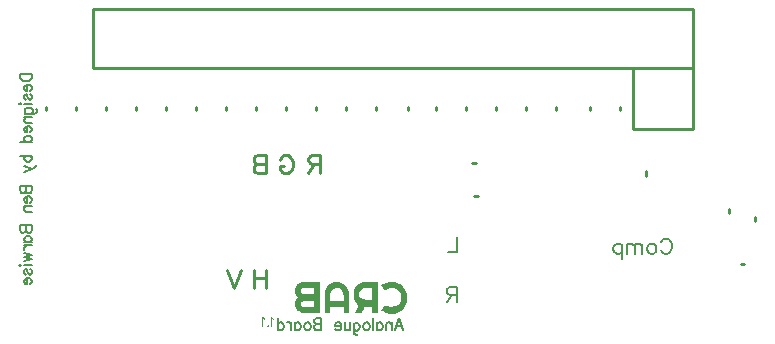
<source format=gbo>
G04 DipTrace 2.4.0.2*
%INAV_BottomSilk.GBO*%
%MOIN*%
%ADD10C,0.0098*%
%ADD12C,0.003*%
%ADD60C,0.0046*%
%ADD61C,0.0093*%
%ADD62C,0.0077*%
%ADD64C,0.0062*%
%FSLAX44Y44*%
G04*
G70*
G90*
G75*
G01*
%LNBotSilk*%
%LPD*%
X35144Y16072D2*
D10*
Y15954D1*
X32394Y17188D2*
Y17346D1*
X21392Y19493D2*
Y19375D1*
X20392Y19493D2*
Y19375D1*
X18392Y19493D2*
Y19375D1*
X19392Y19493D2*
Y19375D1*
X31517Y19493D2*
Y19375D1*
X30517Y19493D2*
Y19375D1*
X17392Y19493D2*
Y19375D1*
X29392Y19493D2*
Y19375D1*
X16392Y19493D2*
Y19375D1*
X14392Y19493D2*
Y19375D1*
X28392Y19493D2*
Y19375D1*
X26392Y19493D2*
Y19375D1*
X22392Y19493D2*
Y19375D1*
X23392Y19493D2*
Y19375D1*
X24456Y19494D2*
Y19376D1*
X27392Y19493D2*
Y19375D1*
X25392Y19493D2*
Y19375D1*
X15392Y19493D2*
Y19375D1*
X13392Y19493D2*
Y19375D1*
X12392Y19493D2*
Y19375D1*
X36019Y15806D2*
Y15688D1*
X26592Y17630D2*
X26710D1*
X35531Y14255D2*
X35649D1*
X26655Y16505D2*
X26773D1*
X13937Y20770D2*
X33937D1*
Y22739D1*
X13937D1*
Y20770D1*
X31937Y18755D2*
X33937D1*
Y20770D1*
X31937D1*
Y18755D1*
X20894Y13663D2*
D12*
X21462D1*
X21971D2*
X22120D1*
X22928D2*
X23407D1*
X23796D2*
X23976D1*
X20840Y13633D2*
X21462D1*
X21909D2*
X22188D1*
X22866D2*
X23407D1*
X23724D2*
X24048D1*
X20793Y13603D2*
X21462D1*
X21854D2*
X22244D1*
X22812D2*
X23407D1*
X23660D2*
X24111D1*
X20757Y13573D2*
X21462D1*
X21809D2*
X22288D1*
X22766D2*
X23407D1*
X23606D2*
X24163D1*
X20731Y13543D2*
X21462D1*
X21774D2*
X22324D1*
X22731D2*
X23407D1*
X23557D2*
X24204D1*
X20712Y13513D2*
X21462D1*
X21748D2*
X22353D1*
X22705D2*
X23407D1*
X23582D2*
X24236D1*
X20698Y13483D2*
X21462D1*
X21728D2*
X22376D1*
X22685D2*
X23407D1*
X23604D2*
X24261D1*
X20691Y13453D2*
X20870D1*
X21313D2*
X21462D1*
X21711D2*
X21948D1*
X22180D2*
X22393D1*
X22668D2*
X22905D1*
X23257D2*
X23407D1*
X23625D2*
X23736D1*
X24030D2*
X24283D1*
X20687Y13423D2*
X20852D1*
X21313D2*
X21462D1*
X21696D2*
X21904D1*
X22209D2*
X22407D1*
X22653D2*
X22862D1*
X23257D2*
X23407D1*
X23646D2*
X23676D1*
X24077D2*
X24304D1*
X20685Y13394D2*
X20842D1*
X21313D2*
X21462D1*
X21684D2*
X21873D1*
X22234D2*
X22418D1*
X22642D2*
X22830D1*
X23257D2*
X23407D1*
X24116D2*
X24323D1*
X20685Y13364D2*
X20839D1*
X21313D2*
X21462D1*
X21678D2*
X21851D1*
X22252D2*
X22429D1*
X22635D2*
X22808D1*
X23257D2*
X23407D1*
X24147D2*
X24339D1*
X20684Y13334D2*
X20839D1*
X21313D2*
X21462D1*
X21674D2*
X21836D1*
X22263D2*
X22438D1*
X22632D2*
X22794D1*
X23257D2*
X23407D1*
X24170D2*
X24351D1*
X20686Y13304D2*
X20852D1*
X21313D2*
X21462D1*
X21673D2*
X21828D1*
X22272D2*
X22444D1*
X22630D2*
X22785D1*
X23257D2*
X23407D1*
X24188D2*
X24360D1*
X20691Y13274D2*
X20871D1*
X21313D2*
X21462D1*
X21672D2*
X21824D1*
X22281D2*
X22447D1*
X22629D2*
X22782D1*
X23257D2*
X23407D1*
X24201D2*
X24367D1*
X20703Y13244D2*
X21462D1*
X21672D2*
X21822D1*
X22289D2*
X22449D1*
X22629D2*
X22781D1*
X23257D2*
X23407D1*
X24209D2*
X24376D1*
X20722Y13214D2*
X21462D1*
X21672D2*
X21822D1*
X22295D2*
X22449D1*
X22629D2*
X22784D1*
X23257D2*
X23407D1*
X24212D2*
X24384D1*
X20747Y13184D2*
X21462D1*
X21672D2*
X21821D1*
X22298D2*
X22449D1*
X22630D2*
X22792D1*
X23257D2*
X23407D1*
X24214D2*
X24389D1*
X20774Y13154D2*
X21462D1*
X21672D2*
X21821D1*
X22299D2*
X22450D1*
X22634D2*
X22804D1*
X23257D2*
X23407D1*
X24215D2*
X24392D1*
X20749Y13124D2*
X21462D1*
X21672D2*
X21821D1*
X22300D2*
X22450D1*
X22642D2*
X22830D1*
X23257D2*
X23407D1*
X24215D2*
X24392D1*
X20727Y13094D2*
X21462D1*
X21672D2*
X21821D1*
X22300D2*
X22450D1*
X22654D2*
X22925D1*
X23257D2*
X23407D1*
X24215D2*
X24389D1*
X20710Y13064D2*
X21462D1*
X21672D2*
X21821D1*
X22300D2*
X22450D1*
X22668D2*
X23085D1*
X23257D2*
X23407D1*
X24214D2*
X24382D1*
X20698Y13035D2*
X20895D1*
X21313D2*
X21462D1*
X21672D2*
X22450D1*
X22683D2*
X23407D1*
X24210D2*
X24374D1*
X20690Y13005D2*
X20870D1*
X21313D2*
X21462D1*
X21672D2*
X22450D1*
X22702D2*
X23407D1*
X24201D2*
X24368D1*
X20687Y12975D2*
X20852D1*
X21313D2*
X21462D1*
X21672D2*
X22450D1*
X22723D2*
X23407D1*
X24189D2*
X24362D1*
X20685Y12945D2*
X20841D1*
X21313D2*
X21462D1*
X21672D2*
X22450D1*
X22745D2*
X23407D1*
X24171D2*
X24352D1*
X20685Y12915D2*
X20840D1*
X21313D2*
X21462D1*
X21672D2*
X22450D1*
X22761D2*
X23407D1*
X24147D2*
X24340D1*
X20686Y12885D2*
X20853D1*
X21313D2*
X21462D1*
X21672D2*
X22450D1*
X22772D2*
X23407D1*
X24115D2*
X24326D1*
X20689Y12855D2*
X20872D1*
X21313D2*
X21462D1*
X21672D2*
X22450D1*
X22771D2*
X23407D1*
X23646D2*
X23676D1*
X24026D2*
X24311D1*
X20698Y12825D2*
X21462D1*
X21672D2*
X21821D1*
X22300D2*
X22450D1*
X22764D2*
X22954D1*
X23257D2*
X23407D1*
X23627D2*
X23862D1*
X23883D2*
X24292D1*
X20710Y12795D2*
X21462D1*
X21672D2*
X21821D1*
X22300D2*
X22450D1*
X22753D2*
X22945D1*
X23257D2*
X23407D1*
X23606D2*
X24269D1*
X20729Y12765D2*
X21462D1*
X21672D2*
X21821D1*
X22300D2*
X22450D1*
X22741D2*
X22933D1*
X23257D2*
X23407D1*
X23582D2*
X24241D1*
X20757Y12735D2*
X21462D1*
X21672D2*
X21821D1*
X22300D2*
X22450D1*
X22730D2*
X22920D1*
X23257D2*
X23407D1*
X23557D2*
X24208D1*
X20795Y12705D2*
X21462D1*
X21672D2*
X21821D1*
X22300D2*
X22450D1*
X22719D2*
X22905D1*
X23257D2*
X23407D1*
X23604D2*
X24165D1*
X20842Y12675D2*
X21462D1*
X21672D2*
X21821D1*
X22300D2*
X22450D1*
X22705D2*
X22887D1*
X23257D2*
X23407D1*
X23660D2*
X24111D1*
X20894Y12646D2*
X21462D1*
X21672D2*
X21821D1*
X22300D2*
X22450D1*
X22689D2*
X22868D1*
X23257D2*
X23407D1*
X23725D2*
X24046D1*
X23796Y12616D2*
X23976D1*
X20894Y13663D2*
X20840Y13633D1*
X20793Y13603D1*
X20757Y13573D1*
X20731Y13543D1*
X20712Y13513D1*
X20698Y13483D1*
X20691Y13453D1*
X20687Y13423D1*
X20685Y13394D1*
Y13364D1*
X20684Y13334D1*
X20686Y13304D1*
X20691Y13274D1*
X20703Y13244D1*
X20722Y13214D1*
X20747Y13184D1*
X20774Y13154D1*
X20749Y13124D1*
X20727Y13094D1*
X20710Y13064D1*
X20698Y13035D1*
X20690Y13005D1*
X20687Y12975D1*
X20685Y12945D1*
Y12915D1*
X20686Y12885D1*
X20689Y12855D1*
X20698Y12825D1*
X20710Y12795D1*
X20729Y12765D1*
X20757Y12735D1*
X20795Y12705D1*
X20842Y12675D1*
X20894Y12646D1*
X21462Y13663D2*
Y13633D1*
Y13603D1*
Y13573D1*
Y13543D1*
Y13513D1*
Y13483D1*
Y13453D1*
Y13423D1*
Y13394D1*
Y13364D1*
Y13334D1*
Y13304D1*
Y13274D1*
Y13244D1*
Y13214D1*
Y13184D1*
Y13154D1*
Y13124D1*
Y13094D1*
Y13064D1*
Y13035D1*
Y13005D1*
Y12975D1*
Y12945D1*
Y12915D1*
Y12885D1*
Y12855D1*
Y12825D1*
Y12795D1*
Y12765D1*
Y12735D1*
Y12705D1*
Y12675D1*
Y12646D1*
X21971Y13663D2*
X21909Y13633D1*
X21854Y13603D1*
X21809Y13573D1*
X21774Y13543D1*
X21748Y13513D1*
X21728Y13483D1*
X21711Y13453D1*
X21696Y13423D1*
X21684Y13394D1*
X21678Y13364D1*
X21674Y13334D1*
X21673Y13304D1*
X21672Y13274D1*
Y13244D1*
Y13214D1*
Y13184D1*
Y13154D1*
Y13124D1*
Y13094D1*
Y13064D1*
Y13035D1*
Y13005D1*
Y12975D1*
Y12945D1*
Y12915D1*
Y12885D1*
Y12855D1*
Y12825D1*
Y12795D1*
Y12765D1*
Y12735D1*
Y12705D1*
Y12675D1*
Y12646D1*
X22120Y13663D2*
X22188Y13633D1*
X22244Y13603D1*
X22288Y13573D1*
X22324Y13543D1*
X22353Y13513D1*
X22376Y13483D1*
X22393Y13453D1*
X22407Y13423D1*
X22418Y13394D1*
X22429Y13364D1*
X22438Y13334D1*
X22444Y13304D1*
X22447Y13274D1*
X22449Y13244D1*
Y13214D1*
Y13184D1*
X22450Y13154D1*
Y13124D1*
Y13094D1*
Y13064D1*
Y13035D1*
Y13005D1*
Y12975D1*
Y12945D1*
Y12915D1*
Y12885D1*
Y12855D1*
Y12825D1*
Y12795D1*
Y12765D1*
Y12735D1*
Y12705D1*
Y12675D1*
Y12646D1*
X22928Y13663D2*
X22866Y13633D1*
X22812Y13603D1*
X22766Y13573D1*
X22731Y13543D1*
X22705Y13513D1*
X22685Y13483D1*
X22668Y13453D1*
X22653Y13423D1*
X22642Y13394D1*
X22635Y13364D1*
X22632Y13334D1*
X22630Y13304D1*
X22629Y13274D1*
Y13244D1*
Y13214D1*
X22630Y13184D1*
X22634Y13154D1*
X22642Y13124D1*
X22654Y13094D1*
X22668Y13064D1*
X22683Y13035D1*
X22702Y13005D1*
X22723Y12975D1*
X22745Y12945D1*
X22761Y12915D1*
X22772Y12885D1*
X22771Y12855D1*
X22764Y12825D1*
X22753Y12795D1*
X22741Y12765D1*
X22730Y12735D1*
X22719Y12705D1*
X22705Y12675D1*
X22689Y12646D1*
X23407Y13663D2*
Y13633D1*
Y13603D1*
Y13573D1*
Y13543D1*
Y13513D1*
Y13483D1*
Y13453D1*
Y13423D1*
Y13394D1*
Y13364D1*
Y13334D1*
Y13304D1*
Y13274D1*
Y13244D1*
Y13214D1*
Y13184D1*
Y13154D1*
Y13124D1*
Y13094D1*
Y13064D1*
Y13035D1*
Y13005D1*
Y12975D1*
Y12945D1*
Y12915D1*
Y12885D1*
Y12855D1*
Y12825D1*
Y12795D1*
Y12765D1*
Y12735D1*
Y12705D1*
Y12675D1*
Y12646D1*
X23796Y13663D2*
X23724Y13633D1*
X23660Y13603D1*
X23606Y13573D1*
X23557Y13543D1*
X23582Y13513D1*
X23604Y13483D1*
X23625Y13453D1*
X23646Y13423D1*
X23976Y13663D2*
X24048Y13633D1*
X24111Y13603D1*
X24163Y13573D1*
X24204Y13543D1*
X24236Y13513D1*
X24261Y13483D1*
X24283Y13453D1*
X24304Y13423D1*
X24323Y13394D1*
X24339Y13364D1*
X24351Y13334D1*
X24360Y13304D1*
X24367Y13274D1*
X24376Y13244D1*
X24384Y13214D1*
X24389Y13184D1*
X24392Y13154D1*
Y13124D1*
X24389Y13094D1*
X24382Y13064D1*
X24374Y13035D1*
X24368Y13005D1*
X24362Y12975D1*
X24352Y12945D1*
X24340Y12915D1*
X24326Y12885D1*
X24311Y12855D1*
X24292Y12825D1*
X24269Y12795D1*
X24241Y12765D1*
X24208Y12735D1*
X24165Y12705D1*
X24111Y12675D1*
X24046Y12646D1*
X23976Y12616D1*
X20894Y13483D2*
X20870Y13453D1*
X20852Y13423D1*
X20842Y13394D1*
X20839Y13364D1*
Y13334D1*
X20852Y13304D1*
X20871Y13274D1*
X20894Y13244D1*
X21313Y13483D2*
Y13453D1*
Y13423D1*
Y13394D1*
Y13364D1*
Y13334D1*
Y13304D1*
Y13274D1*
Y13244D1*
X22001Y13483D2*
X21948Y13453D1*
X21904Y13423D1*
X21873Y13394D1*
X21851Y13364D1*
X21836Y13334D1*
X21828Y13304D1*
X21824Y13274D1*
X21822Y13244D1*
Y13214D1*
X21821Y13184D1*
Y13154D1*
Y13124D1*
Y13094D1*
Y13064D1*
Y13035D1*
X22150Y13483D2*
X22180Y13453D1*
X22209Y13423D1*
X22234Y13394D1*
X22252Y13364D1*
X22263Y13334D1*
X22272Y13304D1*
X22281Y13274D1*
X22289Y13244D1*
X22295Y13214D1*
X22298Y13184D1*
X22299Y13154D1*
X22300Y13124D1*
Y13094D1*
Y13064D1*
Y13035D1*
X22958Y13483D2*
X22905Y13453D1*
X22862Y13423D1*
X22830Y13394D1*
X22808Y13364D1*
X22794Y13334D1*
X22785Y13304D1*
X22782Y13274D1*
X22781Y13244D1*
X22784Y13214D1*
X22792Y13184D1*
X22804Y13154D1*
X22830Y13124D1*
X22925Y13094D1*
X23085Y13064D1*
X23287Y13035D1*
X23257Y13483D2*
Y13453D1*
Y13423D1*
Y13394D1*
Y13364D1*
Y13334D1*
Y13304D1*
Y13274D1*
Y13244D1*
Y13214D1*
Y13184D1*
Y13154D1*
Y13124D1*
Y13094D1*
Y13064D1*
X22928Y13035D1*
X23796Y13483D2*
X23736Y13453D1*
X23676Y13423D1*
X23976Y13483D2*
X24030Y13453D1*
X24077Y13423D1*
X24116Y13394D1*
X24147Y13364D1*
X24170Y13334D1*
X24188Y13304D1*
X24201Y13274D1*
X24209Y13244D1*
X24212Y13214D1*
X24214Y13184D1*
X24215Y13154D1*
Y13124D1*
Y13094D1*
X24214Y13064D1*
X24210Y13035D1*
X24201Y13005D1*
X24189Y12975D1*
X24171Y12945D1*
X24147Y12915D1*
X24115Y12885D1*
X24026Y12855D1*
X23883Y12825D1*
X23706Y12795D1*
X20924Y13064D2*
X20895Y13035D1*
X20870Y13005D1*
X20852Y12975D1*
X20841Y12945D1*
X20840Y12915D1*
X20853Y12885D1*
X20872Y12855D1*
X20894Y12825D1*
X21313Y13064D2*
Y13035D1*
Y13005D1*
Y12975D1*
Y12945D1*
Y12915D1*
Y12885D1*
Y12855D1*
Y12825D1*
X23646Y12855D2*
X23627Y12825D1*
X23606Y12795D1*
X23582Y12765D1*
X23557Y12735D1*
X23604Y12705D1*
X23660Y12675D1*
X23725Y12646D1*
X23796Y12616D1*
X23676Y12855D2*
X23862Y12825D1*
X24065Y12795D1*
X21821Y12855D2*
Y12825D1*
Y12795D1*
Y12765D1*
Y12735D1*
Y12705D1*
Y12675D1*
Y12646D1*
X22300Y12855D2*
Y12825D1*
Y12795D1*
Y12765D1*
Y12735D1*
Y12705D1*
Y12675D1*
Y12646D1*
X22958Y12855D2*
X22954Y12825D1*
X22945Y12795D1*
X22933Y12765D1*
X22920Y12735D1*
X22905Y12705D1*
X22887Y12675D1*
X22868Y12646D1*
X23257Y12855D2*
Y12825D1*
Y12795D1*
Y12765D1*
Y12735D1*
Y12705D1*
Y12675D1*
Y12646D1*
X21513Y17591D2*
D61*
X21255D1*
X21169Y17620D1*
X21140Y17649D1*
X21111Y17706D1*
Y17764D1*
X21140Y17821D1*
X21169Y17850D1*
X21255Y17878D1*
X21513D1*
Y17275D1*
X21312Y17591D2*
X21111Y17275D1*
X20174Y17735D2*
X20202Y17792D1*
X20260Y17850D1*
X20317Y17878D1*
X20432D1*
X20489Y17850D1*
X20546Y17792D1*
X20576Y17735D1*
X20604Y17649D1*
Y17505D1*
X20576Y17419D1*
X20546Y17362D1*
X20489Y17305D1*
X20432Y17275D1*
X20317D1*
X20260Y17305D1*
X20202Y17362D1*
X20174Y17419D1*
Y17505D1*
X20317D1*
X19701Y17878D2*
Y17275D1*
X19442D1*
X19356Y17305D1*
X19327Y17333D1*
X19299Y17390D1*
Y17476D1*
X19327Y17534D1*
X19356Y17563D1*
X19442Y17591D1*
X19356Y17620D1*
X19327Y17649D1*
X19299Y17706D1*
Y17764D1*
X19327Y17821D1*
X19356Y17850D1*
X19442Y17878D1*
X19701D1*
Y17591D2*
X19442D1*
X19700Y14066D2*
Y13463D1*
X19298Y14066D2*
Y13463D1*
X19700Y13779D2*
X19298D1*
X18882Y14066D2*
X18653Y13463D1*
X18423Y14066D1*
X26078Y15162D2*
D62*
Y14660D1*
X25791D1*
X26063Y13235D2*
X25848D1*
X25777Y13260D1*
X25752Y13283D1*
X25728Y13331D1*
Y13379D1*
X25752Y13427D1*
X25777Y13451D1*
X25848Y13475D1*
X26063D1*
Y12972D1*
X25896Y13235D2*
X25728Y12972D1*
X32879Y14980D2*
X32903Y15028D1*
X32951Y15076D1*
X32999Y15100D1*
X33094D1*
X33143Y15076D1*
X33190Y15028D1*
X33214Y14980D1*
X33238Y14908D1*
Y14788D1*
X33214Y14717D1*
X33190Y14669D1*
X33143Y14622D1*
X33094Y14597D1*
X32999D1*
X32951Y14622D1*
X32903Y14669D1*
X32879Y14717D1*
X32606Y14932D2*
X32653Y14908D1*
X32701Y14860D1*
X32725Y14788D1*
Y14741D1*
X32701Y14669D1*
X32653Y14622D1*
X32606Y14597D1*
X32534D1*
X32486Y14622D1*
X32438Y14669D1*
X32414Y14741D1*
Y14788D1*
X32438Y14860D1*
X32486Y14908D1*
X32534Y14932D1*
X32606D1*
X32260D2*
Y14597D1*
Y14837D2*
X32188Y14908D1*
X32140Y14932D1*
X32068D1*
X32020Y14908D1*
X31996Y14837D1*
Y14597D1*
Y14837D2*
X31925Y14908D1*
X31877Y14932D1*
X31805D1*
X31757Y14908D1*
X31733Y14837D1*
Y14597D1*
X31578Y14932D2*
Y14430D1*
Y14860D2*
X31530Y14908D1*
X31483Y14932D1*
X31411D1*
X31363Y14908D1*
X31315Y14860D1*
X31291Y14788D1*
Y14740D1*
X31315Y14669D1*
X31363Y14621D1*
X31411Y14597D1*
X31483D1*
X31530Y14621D1*
X31578Y14669D1*
X24018Y12044D2*
D64*
X24156Y12446D1*
X24294Y12044D1*
X24242Y12178D2*
X24070D1*
X23907Y12312D2*
Y12044D1*
Y12236D2*
X23855Y12293D1*
X23821Y12312D1*
X23769D1*
X23735Y12293D1*
X23718Y12236D1*
Y12044D1*
X23400Y12312D2*
Y12044D1*
Y12255D2*
X23434Y12293D1*
X23469Y12312D1*
X23520D1*
X23555Y12293D1*
X23589Y12255D1*
X23606Y12197D1*
Y12159D1*
X23589Y12102D1*
X23555Y12064D1*
X23520Y12044D1*
X23469D1*
X23434Y12064D1*
X23400Y12102D1*
X23289Y12446D2*
Y12044D1*
X23092Y12312D2*
X23126Y12293D1*
X23160Y12255D1*
X23178Y12197D1*
Y12159D1*
X23160Y12102D1*
X23126Y12064D1*
X23092Y12044D1*
X23040D1*
X23005Y12064D1*
X22971Y12102D1*
X22953Y12159D1*
Y12197D1*
X22971Y12255D1*
X23005Y12293D1*
X23040Y12312D1*
X23092D1*
X22636Y12293D2*
Y11987D1*
X22653Y11930D1*
X22670Y11910D1*
X22705Y11891D1*
X22756D1*
X22791Y11910D1*
X22636Y12236D2*
X22670Y12274D1*
X22705Y12293D1*
X22756D1*
X22791Y12274D1*
X22825Y12236D1*
X22842Y12178D1*
Y12140D1*
X22825Y12083D1*
X22791Y12044D1*
X22756Y12025D1*
X22705D1*
X22670Y12044D1*
X22636Y12083D1*
X22525Y12312D2*
Y12121D1*
X22508Y12064D1*
X22473Y12044D1*
X22421D1*
X22387Y12064D1*
X22335Y12121D1*
Y12312D2*
Y12044D1*
X22224Y12197D2*
X22017D1*
Y12236D1*
X22035Y12274D1*
X22052Y12293D1*
X22086Y12312D1*
X22138D1*
X22172Y12293D1*
X22207Y12255D1*
X22224Y12197D1*
Y12159D1*
X22207Y12102D1*
X22172Y12064D1*
X22138Y12044D1*
X22086D1*
X22052Y12064D1*
X22017Y12102D1*
X21556Y12446D2*
Y12044D1*
X21401D1*
X21349Y12064D1*
X21332Y12083D1*
X21315Y12121D1*
Y12178D1*
X21332Y12217D1*
X21349Y12236D1*
X21401Y12255D1*
X21349Y12274D1*
X21332Y12293D1*
X21315Y12331D1*
Y12370D1*
X21332Y12408D1*
X21349Y12427D1*
X21401Y12446D1*
X21556D1*
Y12255D2*
X21401D1*
X21118Y12312D2*
X21152Y12293D1*
X21187Y12255D1*
X21204Y12197D1*
Y12159D1*
X21187Y12102D1*
X21152Y12064D1*
X21118Y12044D1*
X21066D1*
X21032Y12064D1*
X20998Y12102D1*
X20980Y12159D1*
Y12197D1*
X20998Y12255D1*
X21032Y12293D1*
X21066Y12312D1*
X21118D1*
X20662D2*
Y12044D1*
Y12255D2*
X20697Y12293D1*
X20731Y12312D1*
X20783D1*
X20817Y12293D1*
X20851Y12255D1*
X20869Y12197D1*
Y12159D1*
X20851Y12102D1*
X20817Y12064D1*
X20783Y12044D1*
X20731D1*
X20697Y12064D1*
X20662Y12102D1*
X20551Y12312D2*
Y12044D1*
Y12197D2*
X20534Y12255D1*
X20499Y12293D1*
X20465Y12312D1*
X20413D1*
X20095Y12446D2*
Y12044D1*
Y12255D2*
X20130Y12293D1*
X20164Y12312D1*
X20216D1*
X20250Y12293D1*
X20285Y12255D1*
X20302Y12197D1*
Y12159D1*
X20285Y12102D1*
X20250Y12064D1*
X20216Y12044D1*
X20164D1*
X20130Y12064D1*
X20095Y12102D1*
X19946Y12422D2*
D60*
X19917Y12437D1*
X19874Y12480D1*
Y12179D1*
X19767Y12207D2*
X19781Y12193D1*
X19767Y12179D1*
X19752Y12193D1*
X19767Y12207D1*
X19660Y12422D2*
X19631Y12437D1*
X19588Y12480D1*
Y12179D1*
X11510Y20583D2*
D64*
X11912D1*
Y20462D1*
X11893Y20411D1*
X11855Y20376D1*
X11816Y20359D1*
X11759Y20342D1*
X11663D1*
X11606Y20359D1*
X11568Y20376D1*
X11529Y20411D1*
X11510Y20462D1*
Y20583D1*
X11759Y20231D2*
Y20024D1*
X11721D1*
X11682Y20041D1*
X11663Y20058D1*
X11644Y20093D1*
Y20145D1*
X11663Y20179D1*
X11702Y20214D1*
X11759Y20231D1*
X11797D1*
X11855Y20214D1*
X11893Y20179D1*
X11912Y20145D1*
Y20093D1*
X11893Y20058D1*
X11855Y20024D1*
X11702Y19724D2*
X11663Y19741D1*
X11644Y19792D1*
Y19844D1*
X11663Y19896D1*
X11702Y19913D1*
X11740Y19896D1*
X11759Y19861D1*
X11778Y19775D1*
X11797Y19741D1*
X11836Y19724D1*
X11855D1*
X11893Y19741D1*
X11912Y19792D1*
Y19844D1*
X11893Y19896D1*
X11855Y19913D1*
X11510Y19612D2*
X11529Y19595D1*
X11510Y19578D1*
X11491Y19595D1*
X11510Y19612D1*
X11644Y19595D2*
X11912D1*
X11663Y19260D2*
X11970D1*
X12027Y19277D1*
X12046Y19294D1*
X12065Y19329D1*
Y19381D1*
X12046Y19415D1*
X11721Y19260D2*
X11683Y19294D1*
X11663Y19329D1*
Y19381D1*
X11683Y19415D1*
X11721Y19450D1*
X11778Y19467D1*
X11817D1*
X11874Y19450D1*
X11912Y19415D1*
X11931Y19381D1*
Y19329D1*
X11912Y19294D1*
X11874Y19260D1*
X11644Y19149D2*
X11912D1*
X11721D2*
X11663Y19097D1*
X11644Y19063D1*
Y19011D1*
X11663Y18977D1*
X11721Y18960D1*
X11912D1*
X11759Y18848D2*
Y18642D1*
X11721D1*
X11682Y18659D1*
X11663Y18676D1*
X11644Y18711D1*
Y18762D1*
X11663Y18797D1*
X11702Y18831D1*
X11759Y18848D1*
X11797D1*
X11855Y18831D1*
X11893Y18797D1*
X11912Y18762D1*
Y18711D1*
X11893Y18676D1*
X11855Y18642D1*
X11510Y18324D2*
X11912D1*
X11702D2*
X11663Y18358D1*
X11644Y18393D1*
Y18445D1*
X11663Y18479D1*
X11702Y18514D1*
X11759Y18531D1*
X11797D1*
X11855Y18514D1*
X11893Y18479D1*
X11912Y18445D1*
Y18393D1*
X11893Y18358D1*
X11855Y18324D1*
X11510Y17863D2*
X11912D1*
X11702D2*
X11663Y17828D1*
X11644Y17794D1*
Y17742D1*
X11663Y17708D1*
X11702Y17674D1*
X11759Y17657D1*
X11797D1*
X11855Y17674D1*
X11893Y17708D1*
X11912Y17742D1*
Y17794D1*
X11893Y17828D1*
X11855Y17863D1*
X11644Y17528D2*
X11912Y17425D1*
X11989Y17459D1*
X12027Y17494D1*
X12046Y17528D1*
Y17545D1*
X11644Y17321D2*
X11912Y17425D1*
X11510Y16860D2*
X11912D1*
Y16705D1*
X11893Y16653D1*
X11874Y16636D1*
X11836Y16619D1*
X11778D1*
X11740Y16636D1*
X11721Y16653D1*
X11702Y16705D1*
X11682Y16653D1*
X11663Y16636D1*
X11625Y16619D1*
X11587D1*
X11549Y16636D1*
X11529Y16653D1*
X11510Y16705D1*
Y16860D1*
X11702D2*
Y16705D1*
X11759Y16508D2*
Y16301D1*
X11721D1*
X11682Y16319D1*
X11663Y16336D1*
X11644Y16370D1*
Y16422D1*
X11663Y16456D1*
X11702Y16491D1*
X11759Y16508D1*
X11797D1*
X11855Y16491D1*
X11893Y16456D1*
X11912Y16422D1*
Y16370D1*
X11893Y16336D1*
X11855Y16301D1*
X11644Y16190D2*
X11912D1*
X11721D2*
X11663Y16139D1*
X11644Y16104D1*
Y16053D1*
X11663Y16018D1*
X11721Y16001D1*
X11912D1*
X11510Y15540D2*
X11912D1*
Y15385D1*
X11893Y15333D1*
X11874Y15316D1*
X11836Y15299D1*
X11778D1*
X11740Y15316D1*
X11721Y15333D1*
X11702Y15385D1*
X11682Y15333D1*
X11663Y15316D1*
X11625Y15299D1*
X11587D1*
X11549Y15316D1*
X11529Y15333D1*
X11510Y15385D1*
Y15540D1*
X11702D2*
Y15385D1*
X11644Y14981D2*
X11912D1*
X11702D2*
X11663Y15015D1*
X11644Y15050D1*
Y15101D1*
X11663Y15136D1*
X11702Y15170D1*
X11759Y15187D1*
X11797D1*
X11855Y15170D1*
X11893Y15136D1*
X11912Y15101D1*
Y15050D1*
X11893Y15015D1*
X11855Y14981D1*
X11644Y14870D2*
X11912D1*
X11759D2*
X11702Y14852D1*
X11663Y14818D1*
X11644Y14783D1*
Y14732D1*
Y14620D2*
X11912Y14552D1*
X11644Y14483D1*
X11912Y14414D1*
X11644Y14345D1*
X11510Y14234D2*
X11529Y14217D1*
X11510Y14199D1*
X11491Y14217D1*
X11510Y14234D1*
X11644Y14217D2*
X11912D1*
X11702Y13899D2*
X11663Y13916D1*
X11644Y13968D1*
Y14019D1*
X11663Y14071D1*
X11702Y14088D1*
X11740Y14071D1*
X11759Y14036D1*
X11778Y13950D1*
X11797Y13916D1*
X11836Y13899D1*
X11855D1*
X11893Y13916D1*
X11912Y13968D1*
Y14019D1*
X11893Y14071D1*
X11855Y14088D1*
X11759Y13788D2*
Y13581D1*
X11721D1*
X11682Y13598D1*
X11663Y13615D1*
X11644Y13650D1*
Y13702D1*
X11663Y13736D1*
X11702Y13770D1*
X11759Y13788D1*
X11797D1*
X11855Y13770D1*
X11893Y13736D1*
X11912Y13702D1*
Y13650D1*
X11893Y13615D1*
X11855Y13581D1*
M02*

</source>
